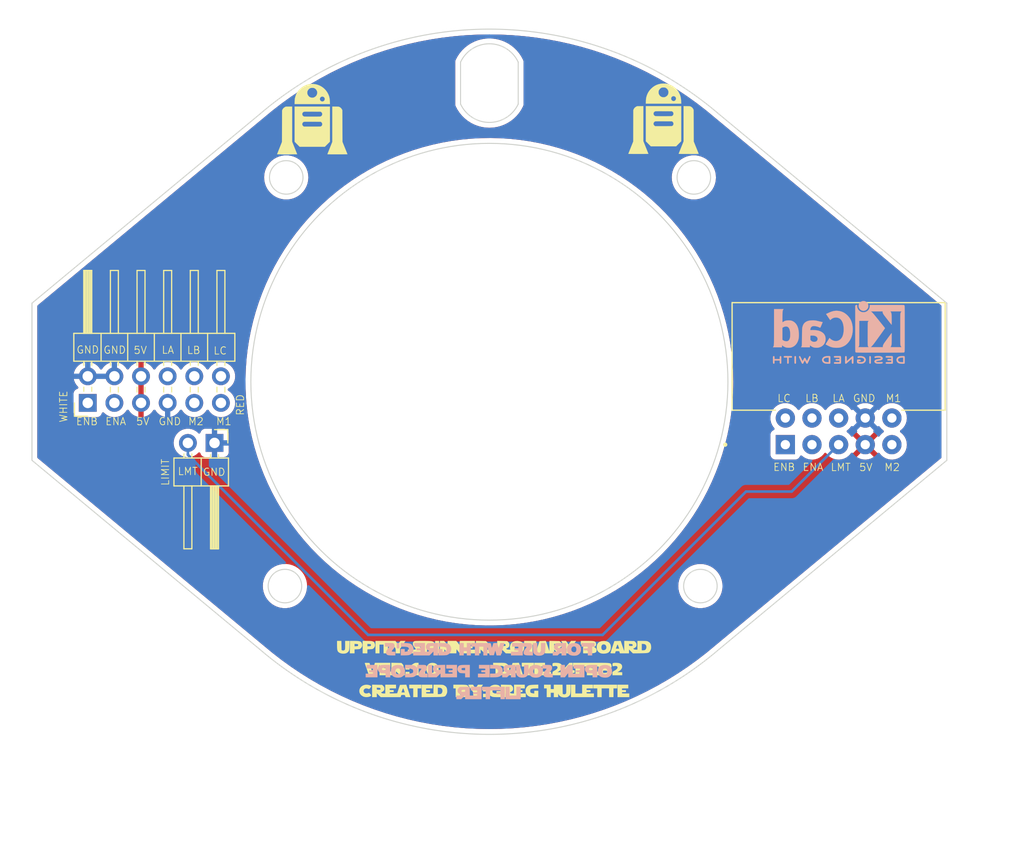
<source format=kicad_pcb>
(kicad_pcb (version 20211014) (generator pcbnew)
  (layers (0 "F.Cu" signal) (1 "In1.Cu" signal) (2 "In2.Cu" signal) (31 "B.Cu" signal) (34 "B.Paste" user) (35 "F.Paste" user) (36 "B.SilkS" user "B.Silkscreen") (37 "F.SilkS" user "F.Silkscreen") (38 "B.Mask" user) (39 "F.Mask" user) (44 "Edge.Cuts" user))
  (net 0 "")
  (net 1 "RTR_ENB")
  (net 2 "GND")
  (net 3 "RTR_ENA")
  (net 4 "5V")
  (net 5 "LKIT_A")
  (net 6 "RMOT1")
  (net 7 "LKIT_B")
  (net 8 "RMOT2")
  (net 9 "LKIT_C")
  (net 10 "RTR_LIMIT")
  (footprint "Logos:RotaryBoardLogo-StarWarsFont3" (layer "F.Cu") (at 147.045 125.06)
    (fp_text reference "G***" hide)
    (fp_text value "LOGO" hide)
  )
  (footprint "Connector_PinHeader_2.54mm:PinHeader_1x02_P2.54mm_Horizontal" (layer "F.Cu") (at 120.41 103.34 -90)
    (fp_text reference "J3" hide)
    (fp_text value "Limit" hide)
    (pad "1" thru_hole rect locked (at 0 0 270) (size 1.7 1.7) (drill 1) (layers *.Cu *.Mask) (net 2 "GND"))
    (pad "2" thru_hole oval locked (at 0 2.54 270) (size 1.7 1.7) (drill 1) (layers *.Cu *.Mask) (net 10 "RTR_LIMIT"))
  )
  (footprint "Symbol:r2" (layer "F.Cu") (at 129.76 72.47)
    (fp_text reference "G***" hide)
    (fp_text value "LOGO" hide)
  )
  (footprint "Connector_Pin:TE_1761607-3Uppity" (layer "F.Cu") (at 174.85325 103.5035)
    (fp_text reference "J2" hide)
    (fp_text value "Lifter Board Connector" hide)
    (pad "1" thru_hole rect (at 0 0) (size 1.836 1.836) (drill 0.89) (layers *.Cu *.Mask) (net 1 "RTR_ENB"))
    (pad "2" thru_hole circle (at 0 -2.54) (size 1.836 1.836) (drill 0.89) (layers *.Cu *.Mask) (net 9 "LKIT_C"))
    (pad "3" thru_hole circle (at 2.54 0) (size 1.836 1.836) (drill 0.89) (layers *.Cu *.Mask) (net 3 "RTR_ENA"))
    (pad "4" thru_hole circle (at 2.54 -2.54) (size 1.836 1.836) (drill 0.89) (layers *.Cu *.Mask) (net 7 "LKIT_B"))
    (pad "5" thru_hole circle (at 5.08 0) (size 1.836 1.836) (drill 0.89) (layers *.Cu *.Mask) (net 10 "RTR_LIMIT"))
    (pad "6" thru_hole circle (at 5.08 -2.54) (size 1.836 1.836) (drill 0.89) (layers *.Cu *.Mask) (net 5 "LKIT_A"))
    (pad "7" thru_hole circle (at 7.62 0) (size 1.836 1.836) (drill 0.89) (layers *.Cu *.Mask) (net 4 "5V"))
    (pad "8" thru_hole circle (at 7.62 -2.54) (size 1.836 1.836) (drill 0.89) (layers *.Cu *.Mask) (net 2 "GND"))
    (pad "9" thru_hole circle (at 10.16 0) (size 1.836 1.836) (drill 0.89) (layers *.Cu *.Mask) (net 8 "RMOT2"))
    (pad "10" thru_hole circle (at 10.16 -2.54) (size 1.836 1.836) (drill 0.89) (layers *.Cu *.Mask) (net 6 "RMOT1"))
  )
  (footprint "Connector_PinHeader_2.54mm:PinHeader_2x06_P2.54mm_Horizontal" (layer "F.Cu") (at 108.32 99.52 90)
    (fp_text reference "J1" hide)
    (fp_text value "Motor Lights")
    (pad "1" thru_hole rect locked (at 0 0 90) (size 1.7 1.7) (drill 1) (layers *.Cu *.Mask) (net 1 "RTR_ENB"))
    (pad "2" thru_hole oval locked (at 2.54 0 90) (size 1.7 1.7) (drill 1) (layers *.Cu *.Mask) (net 2 "GND"))
    (pad "3" thru_hole oval locked (at 0 2.54 90) (size 1.7 1.7) (drill 1) (layers *.Cu *.Mask) (net 3 "RTR_ENA"))
    (pad "4" thru_hole oval locked (at 2.54 2.54 90) (size 1.7 1.7) (drill 1) (layers *.Cu *.Mask) (net 2 "GND"))
    (pad "5" thru_hole oval locked (at 0 5.08 90) (size 1.7 1.7) (drill 1) (layers *.Cu *.Mask) (net 4 "5V"))
    (pad "6" thru_hole oval locked (at 2.54 5.08 90) (size 1.7 1.7) (drill 1) (layers *.Cu *.Mask) (net 4 "5V"))
    (pad "7" thru_hole oval locked (at 0 7.62 90) (size 1.7 1.7) (drill 1) (layers *.Cu *.Mask) (net 2 "GND"))
    (pad "8" thru_hole oval locked (at 2.54 7.62 90) (size 1.7 1.7) (drill 1) (layers *.Cu *.Mask) (net 5 "LKIT_A"))
    (pad "9" thru_hole oval locked (at 0 10.16 90) (size 1.7 1.7) (drill 1) (layers *.Cu *.Mask) (net 6 "RMOT1"))
    (pad "10" thru_hole oval locked (at 2.54 10.16 90) (size 1.7 1.7) (drill 1) (layers *.Cu *.Mask) (net 7 "LKIT_B"))
    (pad "11" thru_hole oval locked (at 0 12.7 90) (size 1.7 1.7) (drill 1) (layers *.Cu *.Mask) (net 8 "RMOT2"))
    (pad "12" thru_hole oval locked (at 2.54 12.7 90) (size 1.7 1.7) (drill 1) (layers *.Cu *.Mask) (net 9 "LKIT_C"))
  )
  (footprint "Symbol:r2" (layer "F.Cu") (at 163.26 72.43)
    (fp_text reference "G***" hide)
    (fp_text value "LOGO" hide)
  )
  (footprint "Logos:RotaryBoardLogo-StarWarsFontLowerText" (layer "B.Cu") (at 146.625 125.257913 180)
    (fp_text reference "G***" hide)
    (fp_text value "LOGO" hide)
  )
  (footprint "Symbol:KiCad-Logo2_5mm_SilkScreen" (layer "B.Cu") (at 179.96 92.78 180)
    (fp_text reference "REF**" hide)
    (fp_text value "KiCad-Logo2_5mm_SilkScreen" hide)
  )
  (gr_circle (center 166.75 117) (end 168.35 117) (layer "Edge.Cuts") (width 0.1) (fill none))
  (gr_circle (center 166.125 78) (end 167.725 78) (layer "Edge.Cuts") (width 0.1) (fill none))
  (gr_arc (start 124.73 71.96) (mid 146.625 63.849931) (end 168.52 71.96) (layer "Edge.Cuts") (width 0.1))
  (gr_line (start 149.375 67) (end 149.375 71) (layer "Edge.Cuts") (width 0.1))
  (gr_circle (center 146.625 97.5) (end 169.375 97.5) (layer "Edge.Cuts") (width 0.1) (fill none))
  (gr_circle (center 127.125 117) (end 128.725 117) (layer "Edge.Cuts") (width 0.1) (fill none))
  (gr_line (start 190.25 90) (end 168.52 71.96) (layer "Edge.Cuts") (width 0.1))
  (gr_line (start 190.25 105) (end 168.52 123.04) (layer "Edge.Cuts") (width 0.1))
  (gr_line (start 103 90) (end 103 105) (layer "Edge.Cuts") (width 0.1))
  (gr_line (start 143.875 67) (end 143.875 71) (layer "Edge.Cuts") (width 0.1))
  (gr_arc (start 168.52 123.04) (mid 146.625 131.150069) (end 124.73 123.04) (layer "Edge.Cuts") (width 0.1))
  (gr_arc (start 143.875 67) (mid 146.625 65.248057) (end 149.375 67) (layer "Edge.Cuts") (width 0.1))
  (gr_arc (start 149.375 71) (mid 146.625 72.751943) (end 143.875 71) (layer "Edge.Cuts") (width 0.1))
  (gr_line (start 103 90) (end 124.73 71.96) (layer "Edge.Cuts") (width 0.1))
  (gr_line (start 190.25 90) (end 190.25 105) (layer "Edge.Cuts") (width 0.1))
  (gr_circle (center 127.25 78) (end 128.85 78) (layer "Edge.Cuts") (width 0.1) (fill none))
  (gr_line (start 103 105) (end 124.73 123.04) (layer "Edge.Cuts") (width 0.1))
  (gr_text "5V" (at 113.33 94.49) (layer "F.SilkS") (effects (font (size 0.7 0.7) (thickness 0.075))))
  (gr_text "ENA" (at 177.49 105.65) (layer "F.SilkS") (effects (font (size 0.7 0.7) (thickness 0.075))))
  (gr_text "LIMIT" (at 115.72 106.14 90) (layer "F.SilkS") (effects (font (size 0.7 0.7) (thickness 0.075))))
  (gr_text "GND" (at 108.32 94.45) (layer "F.SilkS") (effects (font (size 0.7 0.7) (thickness 0.075))))
  (gr_text "RED" (at 122.87 99.708167 90) (layer "F.SilkS") (effects (font (size 0.7 0.7) (thickness 0.075))))
  (gr_text "M1" (at 121.3 101.29) (layer "F.SilkS") (effects (font (size 0.7 0.7) (thickness 0.075))))
  (gr_text "LB" (at 118.42 94.49) (layer "F.SilkS") (effects (font (size 0.7 0.7) (thickness 0.075))))
  (gr_text "5V" (at 182.53 105.67) (layer "F.SilkS") (effects (font (size 0.7 0.7) (thickness 0.075))))
  (gr_text "M2" (at 185.04 105.66) (layer "F.SilkS") (effects (font (size 0.7 0.7) (thickness 0.075))))
  (gr_text "GND" (at 110.89 94.47) (layer "F.SilkS") (effects (font (size 0.7 0.7) (thickness 0.075))))
  (gr_text "LC" (at 120.95 94.54) (layer "F.SilkS") (effects (font (size 0.7 0.7) (thickness 0.075))))
  (gr_text "5V" (at 113.57 101.29) (layer "F.SilkS") (effects (font (size 0.7 0.7) (thickness 0.075))))
  (gr_text "GND" (at 182.37 99.08) (layer "F.SilkS") (effects (font (size 0.7 0.7) (thickness 0.075))))
  (gr_text "M1" (at 185.17 99.08) (layer "F.SilkS") (effects (font (size 0.7 0.7) (thickness 0.075))))
  (gr_text "ENA" (at 110.99 101.29) (layer "F.SilkS") (effects (font (size 0.7 0.7) (thickness 0.075))))
  (gr_text "LA" (at 179.93 99.08) (layer "F.SilkS") (effects (font (size 0.7 0.7) (thickness 0.075))))
  (gr_text "LA" (at 115.96 94.47) (layer "F.SilkS") (effects (font (size 0.7 0.7) (thickness 0.075))))
  (gr_text "WHITE" (at 106.01 99.87 90) (layer "F.SilkS") (effects (font (size 0.7 0.7) (thickness 0.075))))
  (gr_text "LMT" (at 117.86 106.05) (layer "F.SilkS") (effects (font (size 0.7 0.7) (thickness 0.075))))
  (gr_text "LC" (at 174.73 99.08) (layer "F.SilkS") (effects (font (size 0.7 0.7) (thickness 0.075))))
  (gr_text "GND" (at 116.15 101.29) (layer "F.SilkS") (effects (font (size 0.7 0.7) (thickness 0.075))))
  (gr_text "LMT" (at 180.13 105.66) (layer "F.SilkS") (effects (font (size 0.7 0.7) (thickness 0.075))))
  (gr_text "GND" (at 120.37 106.12) (layer "F.SilkS") (effects (font (size 0.7 0.7) (thickness 0.075))))
  (gr_text "ENB" (at 174.74 105.65) (layer "F.SilkS") (effects (font (size 0.7 0.7) (thickness 0.075))))
  (gr_text "M2" (at 118.64 101.29) (layer "F.SilkS") (effects (font (size 0.7 0.7) (thickness 0.075))))
  (gr_text "ENB" (at 108.24 101.29) (layer "F.SilkS") (effects (font (size 0.7 0.7) (thickness 0.075))))
  (gr_text "LB" (at 177.39 99.08) (layer "F.SilkS") (effects (font (size 0.7 0.7) (thickness 0.075))))
  (segment (start 175.45675 107.98) (end 171.1 107.98) (width 0.25) (layer "B.Cu") (net 10))
  (segment (start 157.42 121.66) (end 135.06 121.66) (width 0.25) (layer "B.Cu") (net 10))
  (segment (start 171.1 107.98) (end 157.42 121.66) (width 0.25) (layer "B.Cu") (net 10))
  (segment (start 135.06 121.66) (end 117.87 104.47) (width 0.25) (layer "B.Cu") (net 10))
  (segment (start 179.93325 103.5035) (end 175.45675 107.98) (width 0.25) (layer "B.Cu") (net 10))
  (segment (start 117.87 104.47) (end 117.87 103.34) (width 0.25) (layer "B.Cu") (net 10))
  (zone (net 4) (net_name "5V") (layer "F.Cu") (connect_pads (clearance 0.508)) (min_thickness 0.254) (fill yes (thermal_gap 0.508) (thermal_bridge_width 0.508))
    (polygon (pts (xy 194.33 139.33) (xy 99.95 139.82) (xy 102.66 63.2) (xy 192.59 62.42)))
  )
  (zone (net 2) (net_name "GND") (layer "B.Cu") (connect_pads (clearance 0.508)) (min_thickness 0.254) (fill yes (thermal_gap 0.508) (thermal_bridge_width 0.508))
    (polygon (pts (xy 197.42 61.36) (xy 197.51 139.04) (xy 101.59 141.46) (xy 100.05 61.07)))
  )
)
</source>
